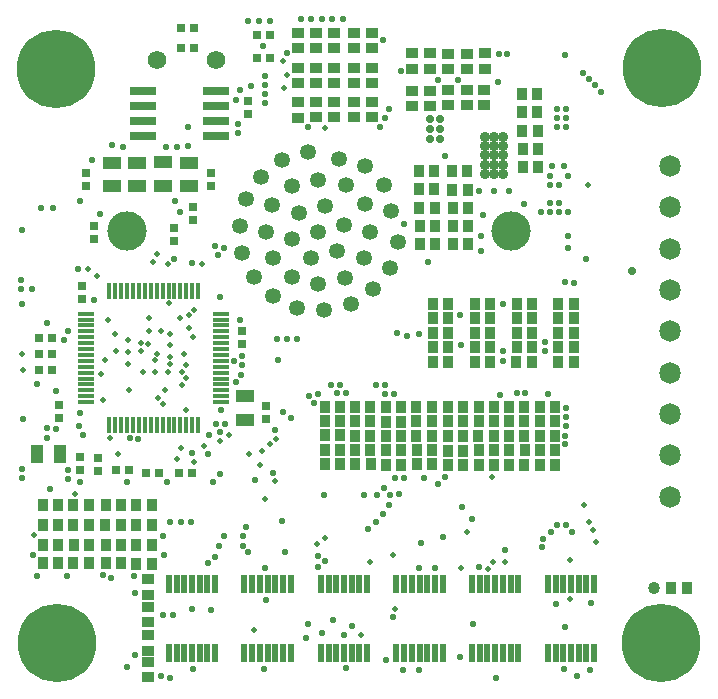
<source format=gbs>
G75*
%MOIN*%
%OFA0B0*%
%FSLAX24Y24*%
%IPPOS*%
%LPD*%
%AMOC8*
5,1,8,0,0,1.08239X$1,22.5*
%
%ADD10R,0.0326X0.0404*%
%ADD11R,0.0404X0.0326*%
%ADD12R,0.0444X0.0601*%
%ADD13R,0.0601X0.0444*%
%ADD14R,0.0306X0.0267*%
%ADD15R,0.0267X0.0306*%
%ADD16C,0.0621*%
%ADD17R,0.0190X0.0630*%
%ADD18R,0.0168X0.0522*%
%ADD19R,0.0522X0.0168*%
%ADD20R,0.0850X0.0310*%
%ADD21C,0.0350*%
%ADD22C,0.0530*%
%ADD23C,0.1310*%
%ADD24C,0.0719*%
%ADD25C,0.0190*%
%ADD26C,0.0230*%
%ADD27C,0.0210*%
%ADD28C,0.0404*%
%ADD29C,0.0280*%
%ADD30C,0.2615*%
D10*
X003623Y005454D03*
X004135Y005454D03*
X004643Y005465D03*
X005155Y005465D03*
X005717Y005461D03*
X006229Y005461D03*
X006738Y005442D03*
X007249Y005442D03*
X007257Y006050D03*
X006745Y006050D03*
X006236Y006068D03*
X005724Y006068D03*
X005163Y006070D03*
X004651Y006070D03*
X004136Y006063D03*
X003624Y006063D03*
X003623Y006726D03*
X004135Y006726D03*
X004641Y006728D03*
X005153Y006728D03*
X005714Y006728D03*
X006226Y006728D03*
X006746Y006720D03*
X007257Y006720D03*
X007256Y007387D03*
X006744Y007387D03*
X006231Y007392D03*
X005719Y007392D03*
X005158Y007392D03*
X004646Y007392D03*
X004135Y007390D03*
X003623Y007390D03*
X013026Y008748D03*
X013028Y009233D03*
X013029Y009713D03*
X013032Y010190D03*
X013033Y010668D03*
X013545Y010668D03*
X013544Y010190D03*
X013541Y009713D03*
X013540Y009233D03*
X013538Y008748D03*
X014039Y008754D03*
X014032Y009228D03*
X014031Y009710D03*
X014033Y010187D03*
X014031Y010663D03*
X014543Y010663D03*
X014544Y010187D03*
X014543Y009710D03*
X014543Y009228D03*
X014551Y008754D03*
X015059Y008742D03*
X015060Y009218D03*
X015058Y009699D03*
X015060Y010175D03*
X015058Y010660D03*
X015570Y010660D03*
X015572Y010175D03*
X016081Y010182D03*
X016080Y010665D03*
X016592Y010665D03*
X016593Y010182D03*
X016592Y009704D03*
X016597Y009224D03*
X016595Y008748D03*
X016083Y008748D03*
X015570Y008742D03*
X015571Y009218D03*
X016086Y009224D03*
X016080Y009704D03*
X015570Y009699D03*
X017119Y009703D03*
X017123Y010184D03*
X017121Y010668D03*
X017633Y010668D03*
X017635Y010184D03*
X017631Y009703D03*
X017643Y009210D03*
X017642Y008718D03*
X018150Y008724D03*
X018153Y009215D03*
X018146Y009705D03*
X018150Y010187D03*
X018152Y010675D03*
X018663Y010675D03*
X018662Y010187D03*
X018658Y009705D03*
X018665Y009215D03*
X018662Y008724D03*
X019166Y008722D03*
X019171Y009213D03*
X019167Y009704D03*
X019167Y010187D03*
X019165Y010675D03*
X019677Y010675D03*
X019679Y010187D03*
X019678Y009704D03*
X019683Y009213D03*
X019678Y008722D03*
X020188Y008723D03*
X020187Y009223D03*
X020183Y009707D03*
X020185Y010187D03*
X020186Y010676D03*
X020698Y010676D03*
X020697Y010187D03*
X020694Y009707D03*
X020699Y009223D03*
X020700Y008723D03*
X020803Y012171D03*
X020812Y012656D03*
X020814Y013138D03*
X020808Y013620D03*
X020809Y014094D03*
X021321Y014094D03*
X021320Y013620D03*
X021326Y013138D03*
X021324Y012656D03*
X021315Y012171D03*
X019924Y012171D03*
X019929Y012655D03*
X019931Y013138D03*
X019928Y013618D03*
X019927Y014094D03*
X019415Y014094D03*
X019416Y013618D03*
X019419Y013138D03*
X019418Y012655D03*
X019412Y012171D03*
X018530Y012172D03*
X018533Y012656D03*
X018534Y013137D03*
X018534Y013618D03*
X018534Y014094D03*
X018022Y014094D03*
X018022Y013618D03*
X018022Y013137D03*
X018021Y012656D03*
X018018Y012172D03*
X017133Y012177D03*
X016621Y012177D03*
X016620Y012657D03*
X017132Y012657D03*
X017133Y013139D03*
X017133Y013620D03*
X016621Y013620D03*
X016621Y013139D03*
X016622Y014092D03*
X017134Y014092D03*
X017294Y016096D03*
X017806Y016096D03*
X017806Y016689D03*
X017295Y016689D03*
X016695Y016706D03*
X016183Y016706D03*
X016184Y016105D03*
X016696Y016105D03*
X016689Y017312D03*
X016177Y017312D03*
X016159Y017919D03*
X016671Y017919D03*
X017270Y017903D03*
X017782Y017903D03*
X017800Y017295D03*
X017288Y017295D03*
X017259Y018513D03*
X017771Y018513D03*
X016661Y018522D03*
X016150Y018522D03*
X019624Y018678D03*
X020136Y018678D03*
X020135Y019274D03*
X019623Y019274D03*
X019614Y019878D03*
X020126Y019878D03*
X020107Y020485D03*
X019596Y020485D03*
X019587Y021091D03*
X020098Y021091D03*
X017131Y009210D03*
X017130Y008718D03*
X024574Y004640D03*
X025086Y004640D03*
D11*
X014600Y020332D03*
X014600Y020844D03*
X013989Y020839D03*
X013989Y020327D03*
X013340Y020325D03*
X013340Y020837D03*
X012735Y020833D03*
X012735Y020321D03*
X012144Y020309D03*
X012144Y020821D03*
X012127Y021463D03*
X012127Y021975D03*
X012127Y022633D03*
X012127Y023145D03*
X012734Y023145D03*
X012734Y022633D03*
X013343Y022633D03*
X013343Y023144D03*
X013991Y023140D03*
X013991Y022628D03*
X014596Y022628D03*
X014596Y023140D03*
X014596Y021967D03*
X014596Y021455D03*
X013988Y021455D03*
X013988Y021967D03*
X013341Y021971D03*
X013341Y021459D03*
X012732Y021461D03*
X012732Y021973D03*
X015920Y021937D03*
X015920Y022449D03*
X016524Y022448D03*
X016524Y021937D03*
X017140Y021931D03*
X017140Y022443D03*
X017773Y022433D03*
X017773Y021921D03*
X018381Y021935D03*
X018381Y022447D03*
X018346Y021233D03*
X018346Y020721D03*
X017749Y020720D03*
X017749Y021232D03*
X017144Y021226D03*
X017144Y020715D03*
X016539Y020700D03*
X016539Y021212D03*
X015934Y021201D03*
X015934Y020690D03*
X007126Y004915D03*
X007126Y004403D03*
X007117Y004011D03*
X007117Y003500D03*
X007118Y003058D03*
X007118Y002546D03*
X007121Y002160D03*
X007121Y001648D03*
D12*
X004207Y009081D03*
X003420Y009081D03*
D13*
X010358Y010230D03*
X010358Y011018D03*
X008486Y018022D03*
X008486Y018810D03*
X007627Y018813D03*
X007627Y018025D03*
X006761Y018019D03*
X006761Y018807D03*
X005934Y018803D03*
X005934Y018016D03*
D14*
X005053Y018014D03*
X005053Y018447D03*
X005329Y016687D03*
X005329Y016254D03*
X004926Y014701D03*
X004926Y014267D03*
X008011Y016193D03*
X008011Y016626D03*
X008628Y016907D03*
X008628Y017340D03*
X009223Y018021D03*
X009223Y018454D03*
X010451Y020441D03*
X010451Y020874D03*
X010278Y013183D03*
X010278Y012750D03*
X011067Y010700D03*
X011067Y010267D03*
X005456Y008976D03*
X005456Y008543D03*
X004859Y008559D03*
X004859Y008992D03*
X004173Y010295D03*
X004173Y010728D03*
D15*
X003937Y011907D03*
X003504Y011907D03*
X003505Y012423D03*
X003938Y012423D03*
X003940Y012953D03*
X003506Y012953D03*
X006075Y008551D03*
X006508Y008551D03*
X007081Y008470D03*
X007514Y008470D03*
X008178Y008472D03*
X008611Y008472D03*
X010771Y022312D03*
X011204Y022312D03*
X011207Y023068D03*
X010774Y023068D03*
X008678Y023288D03*
X008245Y023288D03*
X008244Y022637D03*
X008677Y022637D03*
D16*
X009391Y022245D03*
X007422Y022245D03*
D17*
X007825Y004775D03*
X008085Y004775D03*
X008335Y004775D03*
X008595Y004775D03*
X008855Y004775D03*
X009105Y004775D03*
X009365Y004775D03*
X010347Y004774D03*
X010607Y004774D03*
X010857Y004774D03*
X011117Y004774D03*
X011377Y004774D03*
X011627Y004774D03*
X011887Y004774D03*
X012897Y004772D03*
X013157Y004772D03*
X013407Y004772D03*
X013667Y004772D03*
X013927Y004772D03*
X014177Y004772D03*
X014437Y004772D03*
X015414Y004774D03*
X015674Y004774D03*
X015924Y004774D03*
X016184Y004774D03*
X016444Y004774D03*
X016694Y004774D03*
X016954Y004774D03*
X017937Y004771D03*
X018197Y004771D03*
X018447Y004771D03*
X018707Y004771D03*
X018967Y004771D03*
X019217Y004771D03*
X019477Y004771D03*
X020457Y004774D03*
X020717Y004774D03*
X020967Y004774D03*
X021227Y004774D03*
X021487Y004774D03*
X021737Y004774D03*
X021997Y004774D03*
X021997Y002474D03*
X021737Y002474D03*
X021487Y002474D03*
X021227Y002474D03*
X020967Y002474D03*
X020717Y002474D03*
X020457Y002474D03*
X019477Y002471D03*
X019217Y002471D03*
X018967Y002471D03*
X018707Y002471D03*
X018447Y002471D03*
X018197Y002471D03*
X017937Y002471D03*
X016954Y002474D03*
X016694Y002474D03*
X016444Y002474D03*
X016184Y002474D03*
X015924Y002474D03*
X015674Y002474D03*
X015414Y002474D03*
X014437Y002472D03*
X014177Y002472D03*
X013927Y002472D03*
X013667Y002472D03*
X013407Y002472D03*
X013157Y002472D03*
X012897Y002472D03*
X011887Y002474D03*
X011627Y002474D03*
X011377Y002474D03*
X011117Y002474D03*
X010857Y002474D03*
X010607Y002474D03*
X010347Y002474D03*
X009365Y002475D03*
X009105Y002475D03*
X008855Y002475D03*
X008595Y002475D03*
X008335Y002475D03*
X008085Y002475D03*
X007825Y002475D03*
D18*
X007815Y010055D03*
X008012Y010055D03*
X008208Y010055D03*
X008405Y010055D03*
X008602Y010055D03*
X008799Y010055D03*
X007618Y010055D03*
X007421Y010055D03*
X007224Y010055D03*
X007027Y010055D03*
X006830Y010055D03*
X006634Y010055D03*
X006437Y010055D03*
X006240Y010055D03*
X006043Y010055D03*
X005846Y010055D03*
X005846Y014543D03*
X006043Y014543D03*
X006240Y014543D03*
X006437Y014543D03*
X006634Y014543D03*
X006830Y014543D03*
X007027Y014543D03*
X007224Y014543D03*
X007421Y014543D03*
X007618Y014543D03*
X007815Y014543D03*
X008012Y014543D03*
X008208Y014543D03*
X008405Y014543D03*
X008602Y014543D03*
X008799Y014543D03*
D19*
X009567Y013776D03*
X009567Y013579D03*
X009567Y013382D03*
X009567Y013185D03*
X009567Y012988D03*
X009567Y012791D03*
X009567Y012594D03*
X009567Y012398D03*
X009567Y012201D03*
X009567Y012004D03*
X009567Y011807D03*
X009567Y011610D03*
X009567Y011413D03*
X009567Y011217D03*
X009567Y011020D03*
X009567Y010823D03*
X005078Y010823D03*
X005078Y011020D03*
X005078Y011217D03*
X005078Y011413D03*
X005078Y011610D03*
X005078Y011807D03*
X005078Y012004D03*
X005078Y012201D03*
X005078Y012398D03*
X005078Y012594D03*
X005078Y012791D03*
X005078Y012988D03*
X005078Y013185D03*
X005078Y013382D03*
X005078Y013579D03*
X005078Y013776D03*
D20*
X006972Y019684D03*
X006972Y020184D03*
X006972Y020684D03*
X006972Y021184D03*
X009392Y021184D03*
X009392Y020684D03*
X009392Y020184D03*
X009392Y019684D03*
D21*
X018354Y019675D03*
X018354Y019365D03*
X018354Y019055D03*
X018354Y018745D03*
X018664Y018745D03*
X018974Y018745D03*
X018974Y019055D03*
X018664Y019055D03*
X018664Y019365D03*
X018974Y019365D03*
X018974Y019675D03*
X018664Y019675D03*
X018664Y018435D03*
X018974Y018435D03*
X018354Y018435D03*
D22*
X015457Y016172D03*
X015196Y015303D03*
X014644Y014581D03*
X013887Y014093D03*
X013011Y013881D03*
X012113Y013973D03*
X011299Y014362D03*
X010663Y014999D03*
X011299Y015635D03*
X011936Y016271D03*
X012572Y015635D03*
X011936Y014999D03*
X012806Y014765D03*
X013682Y014977D03*
X014319Y015614D03*
X014545Y016505D03*
X015238Y017198D03*
X015005Y018067D03*
X014368Y017431D03*
X013732Y018067D03*
X014368Y018704D03*
X013499Y018937D03*
X012806Y018244D03*
X011915Y018018D03*
X011278Y017381D03*
X011066Y016505D03*
X010182Y016710D03*
X010394Y017587D03*
X010882Y018343D03*
X011603Y018895D03*
X012473Y019156D03*
X013039Y017374D03*
X013675Y016738D03*
X012806Y016505D03*
X013442Y015868D03*
X012169Y017141D03*
X010274Y015812D03*
D23*
X006435Y016533D03*
X019233Y016533D03*
D24*
X024544Y015937D03*
X024544Y014559D03*
X024544Y013181D03*
X024544Y011803D03*
X024544Y010425D03*
X024544Y009048D03*
X024544Y007670D03*
X024544Y017315D03*
X024544Y018693D03*
D25*
X021785Y018060D03*
X013029Y019976D03*
X011655Y021311D03*
X011775Y021721D03*
X011645Y022181D03*
X007432Y015752D03*
X007310Y015502D03*
X007800Y015422D03*
X008926Y015440D03*
X007816Y014138D03*
X008209Y013626D03*
X008499Y013717D03*
X008680Y013882D03*
X008488Y013310D03*
X008630Y012998D03*
X008345Y012413D03*
X008409Y012076D03*
X008279Y011836D03*
X008413Y011627D03*
X008279Y011382D03*
X007686Y011245D03*
X007453Y010968D03*
X007635Y010771D03*
X008394Y010577D03*
X008220Y009302D03*
X008113Y008939D03*
X008665Y008821D03*
X009013Y009367D03*
X009546Y009522D03*
X009845Y009740D03*
X010495Y009091D03*
X010935Y009211D03*
X011205Y009421D03*
X011385Y009601D03*
X010855Y008741D03*
X011370Y008192D03*
X011040Y007582D03*
X012769Y006095D03*
X013015Y006291D03*
X014520Y005492D03*
X015310Y005722D03*
X015360Y003932D03*
X014220Y003062D03*
X010652Y003222D03*
X006140Y009112D03*
X005850Y009632D03*
X005620Y010891D03*
X005577Y011777D03*
X005704Y012224D03*
X006073Y012517D03*
X006471Y012503D03*
X006470Y012107D03*
X006966Y011827D03*
X007356Y011818D03*
X007359Y012220D03*
X007425Y012432D03*
X007849Y012336D03*
X007849Y012104D03*
X007783Y011838D03*
X007849Y012713D03*
X007853Y013108D03*
X007559Y013201D03*
X007161Y013202D03*
X007158Y013642D03*
X007140Y012776D03*
X006883Y012786D03*
X006887Y012541D03*
X006473Y012910D03*
X006033Y013109D03*
X005796Y013549D03*
X005418Y015036D03*
X005136Y015263D03*
X002937Y012425D03*
X002955Y011901D03*
X006491Y011232D03*
X004687Y007769D03*
X003322Y006393D03*
X017580Y005312D03*
X018450Y005252D03*
X018620Y005482D03*
X019020Y005482D03*
X017760Y006482D03*
X018609Y008341D03*
X021210Y005552D03*
X022080Y006152D03*
X021960Y006572D03*
X021840Y006842D03*
X021668Y007392D03*
X021210Y004262D03*
D26*
X020720Y004082D03*
X021018Y003337D03*
X021900Y004142D03*
X020251Y005993D03*
X020310Y006262D03*
X020552Y006509D03*
X020772Y006719D03*
X021060Y006722D03*
X021270Y006512D03*
X021040Y009432D03*
X021040Y009712D03*
X021060Y010022D03*
X021060Y010322D03*
X021060Y010622D03*
X020469Y011111D03*
X019707Y011116D03*
X019415Y011120D03*
X018870Y011071D03*
X018970Y012182D03*
X018970Y012522D03*
X017570Y012732D03*
X017520Y013732D03*
X018970Y014082D03*
X020370Y012832D03*
X020370Y012532D03*
X021040Y014822D03*
X021340Y014812D03*
X021720Y015592D03*
X021120Y015952D03*
X021140Y016352D03*
X021120Y017162D03*
X020820Y017162D03*
X020820Y017462D03*
X020520Y017462D03*
X020520Y017162D03*
X020220Y017162D03*
X019655Y017421D03*
X019150Y017852D03*
X018660Y017862D03*
X018160Y017862D03*
X018300Y017072D03*
X018240Y016362D03*
X018240Y015862D03*
X016470Y015482D03*
X015660Y016772D03*
X017030Y019046D03*
X015180Y020612D03*
X015030Y020282D03*
X014880Y019982D03*
X015555Y021872D03*
X014972Y022907D03*
X013620Y023582D03*
X013270Y023582D03*
X012920Y023582D03*
X012570Y023582D03*
X012220Y023582D03*
X011200Y023522D03*
X010840Y023522D03*
X010470Y023522D03*
X010980Y022692D03*
X011775Y022471D03*
X011020Y021682D03*
X011020Y021382D03*
X011020Y021082D03*
X011020Y020782D03*
X010560Y021362D03*
X010200Y021242D03*
X010080Y020882D03*
X010120Y020082D03*
X010120Y019782D03*
X008460Y020002D03*
X008480Y019352D03*
X008110Y019342D03*
X007740Y019322D03*
X006300Y019322D03*
X005940Y019382D03*
X005280Y018902D03*
X004860Y017522D03*
X005520Y017102D03*
X003960Y017312D03*
X003560Y017312D03*
X002940Y016562D03*
X002900Y014912D03*
X002900Y014592D03*
X003260Y014582D03*
X002935Y014081D03*
X003750Y013472D03*
X004468Y013200D03*
X004320Y012902D03*
X005340Y014222D03*
X004800Y015272D03*
X008012Y015600D03*
X008610Y015452D03*
X009480Y015722D03*
X009660Y015962D03*
X009360Y016022D03*
X008190Y017162D03*
X008040Y017522D03*
X009540Y014342D03*
X010200Y013562D03*
X010260Y012362D03*
X010260Y012062D03*
X009990Y012212D03*
X010230Y011732D03*
X010050Y011492D03*
X009566Y010565D03*
X009690Y010082D03*
X009540Y009842D03*
X009390Y010082D03*
X009170Y009732D03*
X009125Y009111D03*
X008601Y009117D03*
X009545Y008441D03*
X009300Y008162D03*
X010685Y008241D03*
X011305Y008471D03*
X011367Y009912D03*
X011635Y010481D03*
X011905Y010281D03*
X012670Y010782D03*
X012490Y011022D03*
X012790Y011082D03*
X013220Y011382D03*
X013520Y011382D03*
X013420Y011132D03*
X013720Y011132D03*
X014720Y011382D03*
X015020Y011382D03*
X015020Y011082D03*
X015320Y011082D03*
X015755Y013018D03*
X015438Y013140D03*
X016170Y013082D03*
X012100Y012942D03*
X011760Y012942D03*
X011420Y012942D03*
X011480Y012222D03*
X007775Y008151D03*
X007860Y006842D03*
X008220Y006842D03*
X008580Y006842D03*
X007620Y006372D03*
X007660Y005722D03*
X006660Y005022D03*
X006710Y004472D03*
X005908Y004952D03*
X005640Y005052D03*
X004430Y005042D03*
X003431Y005042D03*
X003313Y005746D03*
X003850Y007922D03*
X004460Y008262D03*
X004470Y008552D03*
X004860Y008162D03*
X003780Y009622D03*
X003750Y009962D03*
X004070Y009932D03*
X004830Y010022D03*
X004980Y009722D03*
X004860Y010472D03*
X004080Y011192D03*
X003438Y011422D03*
X002955Y010271D03*
X002930Y008612D03*
X002930Y008312D03*
X006425Y008161D03*
X006520Y009632D03*
X006810Y009602D03*
X009660Y006362D03*
X009510Y006032D03*
X009365Y005677D03*
X009134Y005449D03*
X010290Y006032D03*
X010464Y005819D03*
X010290Y006362D03*
X010410Y006662D03*
X011586Y006867D03*
X011700Y005822D03*
X011040Y005282D03*
X011059Y004239D03*
X012390Y002977D03*
X012480Y003422D03*
X012937Y003126D03*
X013290Y003572D03*
X013680Y003062D03*
X013920Y003362D03*
X013740Y001952D03*
X015060Y002222D03*
X015630Y001892D03*
X016170Y001892D03*
X017534Y002327D03*
X017970Y003422D03*
X018720Y001622D03*
X021000Y001922D03*
X021420Y001682D03*
X021870Y001892D03*
X018150Y005342D03*
X016954Y006336D03*
X016230Y006122D03*
X016170Y005282D03*
X016710Y005312D03*
X017938Y006921D03*
X017590Y007342D03*
X016320Y008282D03*
X015660Y008282D03*
X015360Y008282D03*
X015510Y007772D03*
X015210Y007742D03*
X015000Y007952D03*
X014760Y007742D03*
X014320Y007732D03*
X014970Y007112D03*
X015150Y007412D03*
X014730Y006842D03*
X014472Y006586D03*
X013020Y005522D03*
X012810Y005342D03*
X012790Y005682D03*
X012990Y007742D03*
X009240Y003902D03*
X008593Y003936D03*
X007980Y003722D03*
X007620Y003722D03*
X006690Y002402D03*
X006420Y001982D03*
X007560Y001712D03*
X007860Y001622D03*
X008640Y001922D03*
X011010Y001922D03*
X015300Y003662D03*
X020520Y018062D03*
X020820Y018062D03*
X020520Y018362D03*
X020600Y018682D03*
X020990Y018682D03*
X021120Y018362D03*
X021070Y019982D03*
X021070Y020282D03*
X021070Y020582D03*
X020770Y020582D03*
X020770Y020282D03*
X020770Y019982D03*
X022020Y021382D03*
X021820Y021582D03*
X021620Y021782D03*
X021020Y022382D03*
X022240Y021162D03*
X019104Y022420D03*
X018819Y022426D03*
X018785Y021492D03*
X017460Y021572D03*
X016810Y021572D03*
X012449Y019986D03*
D27*
X017040Y008342D03*
X016800Y008102D03*
X019033Y005895D03*
D28*
X024005Y004621D03*
D29*
X023281Y015205D03*
X016860Y019592D03*
X016860Y019922D03*
X016860Y020252D03*
X016530Y020252D03*
X016530Y019922D03*
X016530Y019592D03*
D30*
X004090Y002809D03*
X004076Y021946D03*
X024230Y002796D03*
X024273Y021963D03*
M02*

</source>
